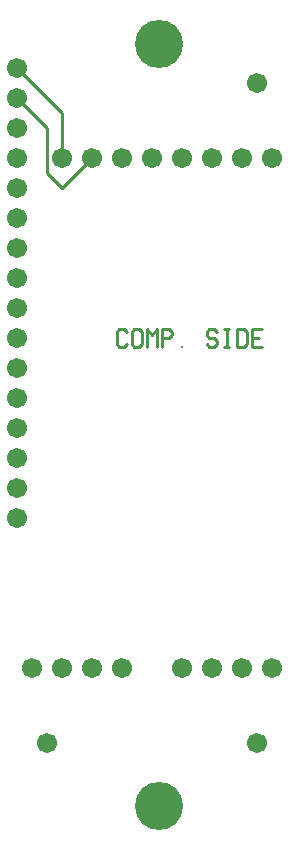
<source format=gtl>
%MOIN*%
%FSLAX25Y25*%
G04 D10 used for Character Trace; *
G04     Circle (OD=.01000) (No hole)*
G04 D11 used for Power Trace; *
G04     Circle (OD=.06700) (No hole)*
G04 D12 used for Signal Trace; *
G04     Circle (OD=.01100) (No hole)*
G04 D13 used for Via; *
G04     Circle (OD=.05800) (Round. Hole ID=.02800)*
G04 D14 used for Component hole; *
G04     Circle (OD=.06500) (Round. Hole ID=.03500)*
G04 D15 used for Component hole; *
G04     Circle (OD=.06700) (Round. Hole ID=.04300)*
G04 D16 used for Component hole; *
G04     Circle (OD=.08100) (Round. Hole ID=.05100)*
G04 D17 used for Component hole; *
G04     Circle (OD=.08900) (Round. Hole ID=.05900)*
G04 D18 used for Component hole; *
G04     Circle (OD=.11300) (Round. Hole ID=.08300)*
G04 D19 used for Component hole; *
G04     Circle (OD=.16000) (Round. Hole ID=.13000)*
G04 D20 used for Component hole; *
G04     Circle (OD=.18300) (Round. Hole ID=.15300)*
G04 D21 used for Component hole; *
G04     Circle (OD=.22291) (Round. Hole ID=.19291)*
%ADD10C,.01000*%
%ADD11C,.06700*%
%ADD12C,.01100*%
%ADD13C,.05800*%
%ADD14C,.06500*%
%ADD15C,.06700*%
%ADD16C,.08100*%
%ADD17C,.08900*%
%ADD18C,.11300*%
%ADD19C,.16000*%
%ADD20C,.18300*%
%ADD21C,.22291*%
%IPPOS*%
%LPD*%
G90*X0Y0D02*D15*X20000Y30000D03*X45000Y55000D03*  
X35000D03*X25000D03*X15000D03*D19*X57300Y9100D03* 
D15*X65000Y55000D03*X75000D03*X85000D03*          
X90000Y30000D03*X95000Y55000D03*X10000Y105000D03* 
Y115000D03*Y125000D03*Y135000D03*Y145000D03*      
Y155000D03*D10*X46674Y163086D02*X45837Y162129D01* 
X44163D01*X43326Y163086D01*Y166914D01*            
X44163Y167871D01*X45837D01*X46674Y166914D01*      
X51674Y163086D02*X50837Y162129D01*X49163D01*      
X48326Y163086D01*Y166914D01*X49163Y167871D01*     
X50837D01*X51674Y166914D01*Y163086D01*            
X53326Y162129D02*Y167871D01*X55000Y165957D01*     
X56674Y167871D01*Y162129D01*X58326D02*Y167871D01* 
X60837D01*X61674Y166914D01*Y165957D01*            
X60837Y165000D01*X58326D01*X65000Y162129D03*      
X76674Y166914D02*X75837Y167871D01*X74163D01*      
X73326Y166914D01*Y165957D01*X74163Y165000D01*     
X75837D01*X76674Y164043D01*Y163086D01*            
X75837Y162129D01*X74163D01*X73326Y163086D01*      
X80000Y162129D02*Y167871D01*X79163Y162129D02*     
X80837D01*X79163Y167871D02*X80837D01*             
X83326Y162129D02*Y167871D01*X85837D01*            
X86674Y166914D01*Y163086D01*X85837Y162129D01*     
X83326D01*X91674D02*X88326D01*Y167871D01*         
X91674D01*X88326Y165000D02*X90837D01*D15*         
X10000D03*Y175000D03*Y185000D03*Y195000D03*       
Y205000D03*D12*X25000Y215000D02*X35000Y225000D01* 
D15*D03*D12*X25000Y215000D02*X20000Y220000D01*    
Y235000D01*X10000Y245000D01*D15*D03*Y255000D03*   
D12*X25000Y240000D01*Y225000D01*D15*D03*          
X10000Y235000D03*Y225000D03*Y215000D03*           
X45000Y225000D03*X55000D03*D19*X57300Y262900D03*  
D15*X65000Y225000D03*X75000D03*X85000D03*         
X90000Y250000D03*X95000Y225000D03*M02*            

</source>
